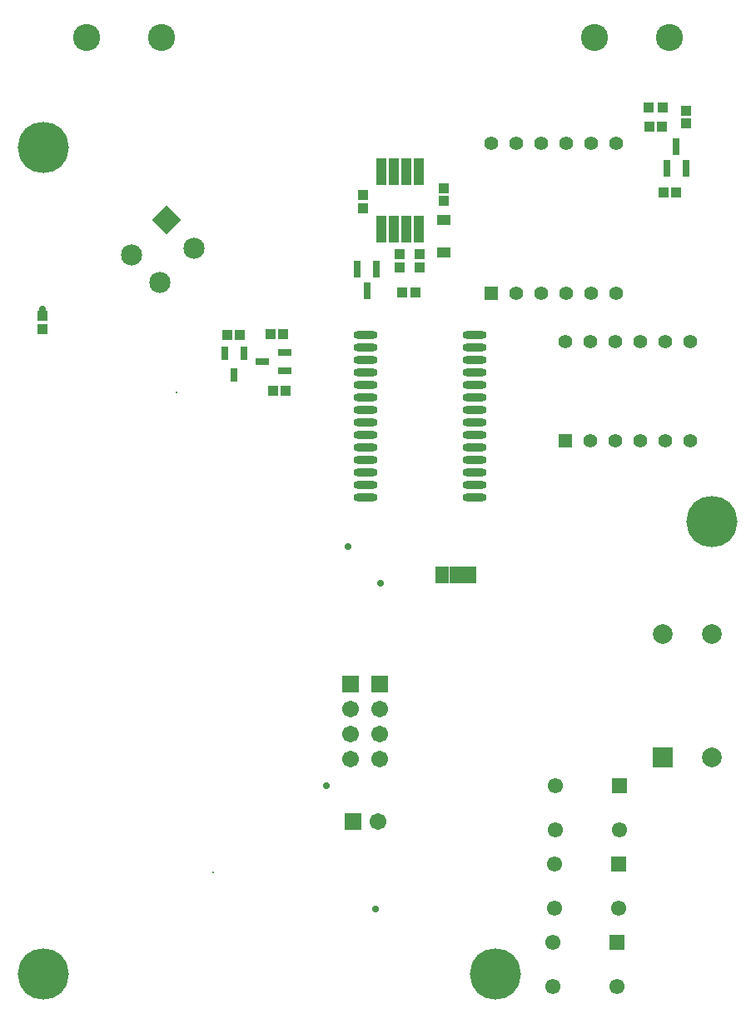
<source format=gbs>
G04*
G04 #@! TF.GenerationSoftware,Altium Limited,Altium Designer,23.6.0 (18)*
G04*
G04 Layer_Color=16711935*
%FSLAX44Y44*%
%MOMM*%
G71*
G04*
G04 #@! TF.SameCoordinates,A28E5885-0542-4C94-BDD8-BFCE9456E40A*
G04*
G04*
G04 #@! TF.FilePolarity,Negative*
G04*
G01*
G75*
%ADD36R,1.3532X0.8032*%
%ADD43R,1.0032X1.1032*%
%ADD44R,1.1032X1.0032*%
%ADD54R,1.7032X1.7032*%
%ADD55C,1.7032*%
%ADD56R,1.4034X1.4034*%
%ADD57C,1.4034*%
%ADD58R,1.7032X1.7032*%
%ADD59P,3.0451X4X360.0*%
%ADD60C,2.1532*%
%ADD61C,2.7532*%
%ADD62R,0.2032X0.2032*%
%ADD63C,2.0000*%
%ADD64R,2.0000X2.0000*%
%ADD65C,1.5500*%
%ADD66R,1.5500X1.5500*%
%ADD67C,5.2032*%
%ADD68C,0.7032*%
%ADD89R,1.1032X1.0032*%
%ADD90R,1.4232X1.1132*%
%ADD91R,0.8032X1.8032*%
%ADD92O,2.4532X0.8032*%
%ADD93R,1.1032X2.7032*%
%ADD94R,1.0032X1.1032*%
%ADD95R,1.3716X1.8034*%
%ADD96R,0.8032X1.3532*%
D36*
X523490Y844130D02*
D03*
Y825130D02*
D03*
X500990Y834630D02*
D03*
D43*
X656250Y905000D02*
D03*
X643250D02*
D03*
X894500Y1073500D02*
D03*
X907500D02*
D03*
X922000Y1006500D02*
D03*
X909000D02*
D03*
X511500Y805000D02*
D03*
X524500D02*
D03*
X478250Y862000D02*
D03*
X465250D02*
D03*
X509250Y862500D02*
D03*
X522250D02*
D03*
D44*
X660550Y943800D02*
D03*
Y930800D02*
D03*
X685550Y1011300D02*
D03*
Y998300D02*
D03*
X603050Y1003800D02*
D03*
Y990800D02*
D03*
X931750Y1077000D02*
D03*
Y1090000D02*
D03*
X277750Y868000D02*
D03*
Y881000D02*
D03*
D54*
X593000Y367500D02*
D03*
D55*
X618400D02*
D03*
X620250Y430700D02*
D03*
Y456100D02*
D03*
Y481500D02*
D03*
X590500D02*
D03*
Y456100D02*
D03*
Y430700D02*
D03*
D56*
X733740Y903960D02*
D03*
X808670Y754100D02*
D03*
D57*
X759140Y903960D02*
D03*
X784540D02*
D03*
X809940D02*
D03*
X835340D02*
D03*
X860740D02*
D03*
Y1056360D02*
D03*
X835340D02*
D03*
X809940D02*
D03*
X784540D02*
D03*
X759140D02*
D03*
X733740D02*
D03*
X910270Y855100D02*
D03*
X935670D02*
D03*
X808670D02*
D03*
X834070D02*
D03*
X884870D02*
D03*
X859470D02*
D03*
X935670Y754100D02*
D03*
X910270D02*
D03*
X884870D02*
D03*
X859470D02*
D03*
X834070D02*
D03*
D58*
X620250Y506900D02*
D03*
X590500D02*
D03*
D59*
X403535Y978570D02*
D03*
D60*
X368180Y943214D02*
D03*
X396464Y914930D02*
D03*
X431820Y950285D02*
D03*
D61*
X322300Y1163750D02*
D03*
X398500D02*
D03*
X838500D02*
D03*
X914700D02*
D03*
D62*
X451250Y316000D02*
D03*
X413750Y803500D02*
D03*
D63*
X958250Y557750D02*
D03*
Y432750D02*
D03*
X908250Y557750D02*
D03*
D64*
Y432750D02*
D03*
D65*
X798750Y359250D02*
D03*
Y404250D02*
D03*
X863750Y359250D02*
D03*
X796750Y199750D02*
D03*
Y244750D02*
D03*
X861750Y199750D02*
D03*
X798000Y279500D02*
D03*
Y324500D02*
D03*
X863000Y279500D02*
D03*
D66*
X863750Y404250D02*
D03*
X861750Y244750D02*
D03*
X863000Y324500D02*
D03*
D67*
X278500Y1052500D02*
D03*
X958500Y672500D02*
D03*
X737750Y212500D02*
D03*
X278500D02*
D03*
D68*
X566250Y403750D02*
D03*
X615750Y278500D02*
D03*
X277750Y888000D02*
D03*
X588250Y647250D02*
D03*
X621250Y609250D02*
D03*
D89*
X640550Y930300D02*
D03*
Y944300D02*
D03*
D90*
X685700Y978650D02*
D03*
Y945950D02*
D03*
D91*
X597750Y929000D02*
D03*
X616750D02*
D03*
X607250Y907000D02*
D03*
X922000Y1053000D02*
D03*
X912500Y1031000D02*
D03*
X931500D02*
D03*
D92*
X716500Y861500D02*
D03*
Y848800D02*
D03*
Y836100D02*
D03*
Y823400D02*
D03*
Y810700D02*
D03*
Y798000D02*
D03*
Y785300D02*
D03*
Y772600D02*
D03*
Y759900D02*
D03*
Y747200D02*
D03*
Y734500D02*
D03*
Y721800D02*
D03*
Y709100D02*
D03*
Y696400D02*
D03*
X605500Y697000D02*
D03*
Y709700D02*
D03*
Y722400D02*
D03*
Y735100D02*
D03*
Y747800D02*
D03*
Y760500D02*
D03*
Y773200D02*
D03*
Y785900D02*
D03*
Y798600D02*
D03*
Y811300D02*
D03*
Y824000D02*
D03*
Y836700D02*
D03*
Y849400D02*
D03*
Y862100D02*
D03*
D93*
X622100Y1028180D02*
D03*
X634800D02*
D03*
X647500D02*
D03*
X660200D02*
D03*
X622100Y969180D02*
D03*
X634800D02*
D03*
X647500D02*
D03*
X660200D02*
D03*
D94*
X908000Y1093000D02*
D03*
X894000D02*
D03*
D95*
X711720Y617750D02*
D03*
X683780D02*
D03*
X697750D02*
D03*
D96*
X462870Y843490D02*
D03*
X481870D02*
D03*
X472370Y820990D02*
D03*
M02*

</source>
